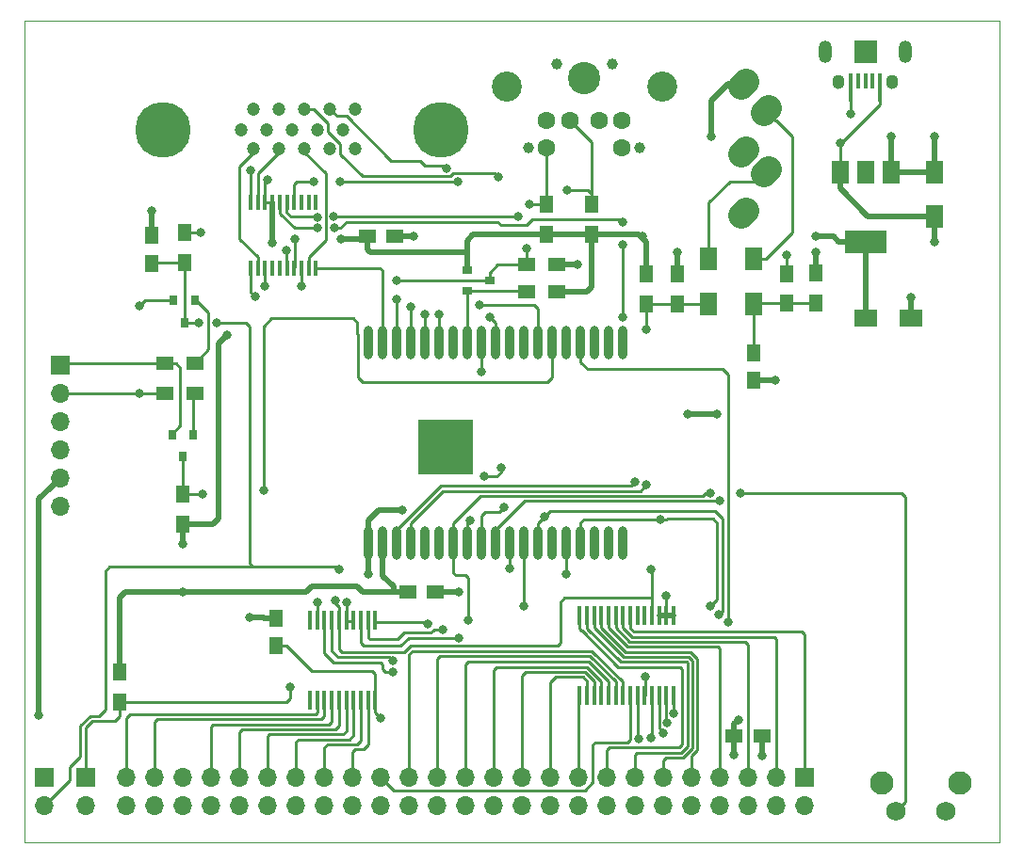
<source format=gbr>
G04 #@! TF.GenerationSoftware,KiCad,Pcbnew,(5.1.5)-3*
G04 #@! TF.CreationDate,2020-08-30T17:46:18+12:00*
G04 #@! TF.ProjectId,PocketTRS,506f636b-6574-4545-9253-2e6b69636164,rev?*
G04 #@! TF.SameCoordinates,Original*
G04 #@! TF.FileFunction,Copper,L1,Top*
G04 #@! TF.FilePolarity,Positive*
%FSLAX46Y46*%
G04 Gerber Fmt 4.6, Leading zero omitted, Abs format (unit mm)*
G04 Created by KiCad (PCBNEW (5.1.5)-3) date 2020-08-30 17:46:18*
%MOMM*%
%LPD*%
G04 APERTURE LIST*
%ADD10C,0.050000*%
%ADD11C,1.198880*%
%ADD12C,5.001260*%
%ADD13O,1.100000X1.300000*%
%ADD14R,0.400000X2.500000*%
%ADD15R,0.400000X1.350000*%
%ADD16O,1.200000X2.000000*%
%ADD17R,2.000000X2.000000*%
%ADD18C,0.800000*%
%ADD19O,0.900000X3.000000*%
%ADD20R,5.000000X5.000000*%
%ADD21O,1.700000X1.700000*%
%ADD22R,1.700000X1.700000*%
%ADD23R,1.500000X2.000000*%
%ADD24R,3.800000X2.000000*%
%ADD25C,2.100000*%
%ADD26C,1.750000*%
%ADD27C,2.400000*%
%ADD28C,1.000000*%
%ADD29C,2.900000*%
%ADD30C,2.700000*%
%ADD31C,1.600000*%
%ADD32R,1.600000X2.000000*%
%ADD33R,1.250000X1.500000*%
%ADD34R,2.000000X1.600000*%
%ADD35R,1.500000X1.250000*%
%ADD36R,1.300000X1.500000*%
%ADD37R,1.500000X1.300000*%
%ADD38R,0.450000X1.750000*%
%ADD39R,0.450000X1.450000*%
%ADD40R,0.900000X0.800000*%
%ADD41R,0.800000X0.900000*%
%ADD42C,0.250000*%
%ADD43C,0.500000*%
G04 APERTURE END LIST*
D10*
X252730000Y-64770000D02*
X252730000Y-61976000D01*
X165100000Y-61976000D02*
X165100000Y-64770000D01*
X252730000Y-135890000D02*
X165100000Y-135890000D01*
X252730000Y-64770000D02*
X252730000Y-135890000D01*
X165100000Y-135890000D02*
X165100000Y-64770000D01*
X165100000Y-61976000D02*
X252730000Y-61976000D01*
D11*
X194843400Y-69976400D03*
X192552320Y-69976400D03*
X190261240Y-69976400D03*
X187972700Y-69976400D03*
X185681620Y-69976400D03*
X193700400Y-71767700D03*
D12*
X202486260Y-71813420D03*
D11*
X184536080Y-71767700D03*
X186829700Y-71767700D03*
X189128400Y-71767700D03*
X191427100Y-71767700D03*
X194840860Y-73532400D03*
X192552320Y-73532400D03*
X185681620Y-73532400D03*
X187972700Y-73532400D03*
X190258700Y-73532400D03*
D12*
X177497740Y-71813420D03*
D13*
X238240000Y-67520000D03*
X243090000Y-67520000D03*
D14*
X239365000Y-68021200D03*
D15*
X240015000Y-67445000D03*
X240665000Y-67445000D03*
X241315000Y-67445000D03*
D14*
X241965000Y-68021200D03*
D16*
X237090000Y-64770000D03*
D17*
X240665000Y-64770000D03*
D16*
X244240000Y-64770000D03*
D18*
X200892000Y-98349000D03*
X201892000Y-98349000D03*
X202892000Y-98349000D03*
X203892000Y-98349000D03*
X204892000Y-98349000D03*
X200892000Y-100349000D03*
X201892000Y-100349000D03*
X202892000Y-100349000D03*
X203892000Y-100349000D03*
X204892000Y-100349000D03*
X204892000Y-99349000D03*
X203892000Y-99349000D03*
X202892000Y-99349000D03*
X201892000Y-99349000D03*
X200892000Y-99349000D03*
X200892000Y-101349000D03*
X201892000Y-101349000D03*
X202892000Y-101349000D03*
X203892000Y-101349000D03*
X204892000Y-101349000D03*
X204892000Y-102349000D03*
X203892000Y-102349000D03*
X202892000Y-102349000D03*
X201892000Y-102349000D03*
D19*
X195982000Y-90919000D03*
X197252000Y-90919000D03*
X198522000Y-90919000D03*
X199792000Y-90919000D03*
X201062000Y-90919000D03*
X202332000Y-90919000D03*
X203602000Y-90919000D03*
X204872000Y-90919000D03*
X206142000Y-90919000D03*
X207412000Y-90919000D03*
X208682000Y-90919000D03*
X209952000Y-90919000D03*
X211222000Y-90919000D03*
X212492000Y-90919000D03*
X213792000Y-90949000D03*
X215062000Y-90949000D03*
X216332000Y-90949000D03*
X217602000Y-90949000D03*
X218872000Y-90949000D03*
X218872000Y-108949000D03*
X217602000Y-108949000D03*
X216332000Y-108949000D03*
X215062000Y-108949000D03*
X213792000Y-108949000D03*
X212492000Y-108949000D03*
X211222000Y-108949000D03*
X209952000Y-108949000D03*
X208682000Y-108949000D03*
X207412000Y-108949000D03*
X206142000Y-108949000D03*
X204872000Y-108949000D03*
X203602000Y-108949000D03*
X202332000Y-108949000D03*
X201062000Y-108949000D03*
X199792000Y-108949000D03*
X198522000Y-108949000D03*
X197252000Y-108949000D03*
X195982000Y-108949000D03*
D20*
X202902000Y-100349000D03*
D18*
X200892000Y-102349000D03*
D21*
X174244000Y-132588000D03*
X174244000Y-130048000D03*
X176784000Y-132588000D03*
X176784000Y-130048000D03*
X179324000Y-132588000D03*
X179324000Y-130048000D03*
X181864000Y-132588000D03*
X181864000Y-130048000D03*
X184404000Y-132588000D03*
X184404000Y-130048000D03*
X186944000Y-132588000D03*
X186944000Y-130048000D03*
X189484000Y-132588000D03*
X189484000Y-130048000D03*
X192024000Y-132588000D03*
X192024000Y-130048000D03*
X194564000Y-132588000D03*
X194564000Y-130048000D03*
X197104000Y-132588000D03*
X197104000Y-130048000D03*
X199644000Y-132588000D03*
X199644000Y-130048000D03*
X202184000Y-132588000D03*
X202184000Y-130048000D03*
X204724000Y-132588000D03*
X204724000Y-130048000D03*
X207264000Y-132588000D03*
X207264000Y-130048000D03*
X209804000Y-132588000D03*
X209804000Y-130048000D03*
X212344000Y-132588000D03*
X212344000Y-130048000D03*
X214884000Y-132588000D03*
X214884000Y-130048000D03*
X217424000Y-132588000D03*
X217424000Y-130048000D03*
X219964000Y-132588000D03*
X219964000Y-130048000D03*
X222504000Y-132588000D03*
X222504000Y-130048000D03*
X225044000Y-132588000D03*
X225044000Y-130048000D03*
X227584000Y-132588000D03*
X227584000Y-130048000D03*
X230124000Y-132588000D03*
X230124000Y-130048000D03*
X232664000Y-132588000D03*
X232664000Y-130048000D03*
X235204000Y-132588000D03*
D22*
X235204000Y-130048000D03*
D21*
X168275000Y-105664000D03*
X168275000Y-103124000D03*
X168275000Y-100584000D03*
X168275000Y-98044000D03*
X168275000Y-95504000D03*
D22*
X168275000Y-92964000D03*
D21*
X170561000Y-132588000D03*
D22*
X170561000Y-130048000D03*
X166878000Y-130048000D03*
D21*
X166878000Y-132588000D03*
D23*
X242965000Y-75590000D03*
X238365000Y-75590000D03*
X240665000Y-75590000D03*
D24*
X240665000Y-81890000D03*
D25*
X249154000Y-130606000D03*
D26*
X247904000Y-133096000D03*
X243404000Y-133096000D03*
D25*
X242144000Y-130606000D03*
D27*
X229530868Y-67903132D02*
X229955132Y-67478868D01*
X231530868Y-70303132D02*
X231955132Y-69878868D01*
X231530868Y-75803132D02*
X231955132Y-75378868D01*
X229530868Y-79503132D02*
X229955132Y-79078868D01*
X229530868Y-74003132D02*
X229955132Y-73578868D01*
D28*
X212892000Y-65857000D03*
X217892000Y-65857000D03*
D29*
X215392000Y-67157000D03*
D30*
X208392000Y-67957000D03*
X222392000Y-67957000D03*
D28*
X210392000Y-73457000D03*
X220392000Y-73457000D03*
D31*
X214092000Y-70957000D03*
X216692000Y-70957000D03*
X211992000Y-70957000D03*
X218792000Y-70957000D03*
X211992000Y-73457000D03*
X218792000Y-73457000D03*
D32*
X226568000Y-87439000D03*
X226568000Y-83439000D03*
X230632000Y-87439000D03*
X230632000Y-83439000D03*
D33*
X230632000Y-91841000D03*
X230632000Y-94341000D03*
D32*
X246888000Y-79597000D03*
X246888000Y-75597000D03*
D34*
X244729000Y-88773000D03*
X240729000Y-88773000D03*
D33*
X187706000Y-118217000D03*
X187706000Y-115717000D03*
D35*
X231374000Y-126365000D03*
X228874000Y-126365000D03*
X195874000Y-81407000D03*
X198374000Y-81407000D03*
X202037000Y-113411000D03*
X199537000Y-113411000D03*
D33*
X176530000Y-81300000D03*
X176530000Y-83800000D03*
D36*
X211963000Y-78533000D03*
X211963000Y-81233000D03*
X216027000Y-81233000D03*
X216027000Y-78533000D03*
X220980000Y-87456000D03*
X220980000Y-84756000D03*
X223774000Y-87456000D03*
X223774000Y-84756000D03*
X233553000Y-87409000D03*
X233553000Y-84756000D03*
X236220000Y-84709000D03*
X236220000Y-87409000D03*
D37*
X210232000Y-86360000D03*
X212932000Y-86360000D03*
X212932000Y-83947000D03*
X210232000Y-83947000D03*
D36*
X179324000Y-104568000D03*
X179324000Y-107268000D03*
X179451000Y-83773000D03*
X179451000Y-81073000D03*
D37*
X180373000Y-95504000D03*
X177673000Y-95504000D03*
X180373000Y-92837000D03*
X177673000Y-92837000D03*
D36*
X173609000Y-123270000D03*
X173609000Y-120570000D03*
D38*
X214977000Y-115526000D03*
X215627000Y-115526000D03*
X216277000Y-115526000D03*
X216927000Y-115526000D03*
X217577000Y-115526000D03*
X218227000Y-115526000D03*
X218877000Y-115526000D03*
X219527000Y-115526000D03*
X220177000Y-115526000D03*
X220827000Y-115526000D03*
X221477000Y-115526000D03*
X222127000Y-115526000D03*
X222777000Y-115526000D03*
X223427000Y-115526000D03*
X223427000Y-122726000D03*
X222777000Y-122726000D03*
X222127000Y-122726000D03*
X221477000Y-122726000D03*
X220827000Y-122726000D03*
X220177000Y-122726000D03*
X219527000Y-122726000D03*
X218877000Y-122726000D03*
X218227000Y-122726000D03*
X217577000Y-122726000D03*
X216927000Y-122726000D03*
X216277000Y-122726000D03*
X215627000Y-122726000D03*
X214977000Y-122726000D03*
D39*
X191266000Y-84230000D03*
X190616000Y-84230000D03*
X189966000Y-84230000D03*
X189316000Y-84230000D03*
X188666000Y-84230000D03*
X188016000Y-84230000D03*
X187366000Y-84230000D03*
X186716000Y-84230000D03*
X186066000Y-84230000D03*
X185416000Y-84230000D03*
X185416000Y-78330000D03*
X186066000Y-78330000D03*
X186716000Y-78330000D03*
X187366000Y-78330000D03*
X188016000Y-78330000D03*
X188666000Y-78330000D03*
X189316000Y-78330000D03*
X189966000Y-78330000D03*
X190616000Y-78330000D03*
X191266000Y-78330000D03*
D40*
X206867000Y-85344000D03*
X204867000Y-86294000D03*
X204867000Y-84394000D03*
D41*
X180274000Y-99203000D03*
X178374000Y-99203000D03*
X179324000Y-101203000D03*
X179451000Y-89138000D03*
X178501000Y-87138000D03*
X180401000Y-87138000D03*
D38*
X196600000Y-123107000D03*
X195950000Y-123107000D03*
X195300000Y-123107000D03*
X194650000Y-123107000D03*
X194000000Y-123107000D03*
X193350000Y-123107000D03*
X192700000Y-123107000D03*
X192050000Y-123107000D03*
X191400000Y-123107000D03*
X190750000Y-123107000D03*
X190750000Y-115907000D03*
X191400000Y-115907000D03*
X192050000Y-115907000D03*
X192700000Y-115907000D03*
X193350000Y-115907000D03*
X194000000Y-115907000D03*
X194650000Y-115907000D03*
X195300000Y-115907000D03*
X195950000Y-115907000D03*
X196600000Y-115907000D03*
D18*
X220980000Y-89789000D03*
X220980000Y-103759000D03*
X244729000Y-86868000D03*
X246888000Y-72390000D03*
X242965000Y-72404000D03*
X236220000Y-82804000D03*
X223774000Y-82804000D03*
X232537000Y-94361000D03*
X176530000Y-79121000D03*
X222777000Y-113696700D03*
X194000000Y-114330600D03*
X191401700Y-114338100D03*
X231394000Y-128143000D03*
X213779100Y-111785400D03*
X186715400Y-85902800D03*
X189966000Y-85902200D03*
X186944000Y-76327000D03*
X195982000Y-111739000D03*
X220853000Y-121031000D03*
X239369600Y-70383400D03*
X204089000Y-113411000D03*
X226822000Y-72390000D03*
X200088500Y-81407000D03*
X199009000Y-106045000D03*
X187325000Y-81978500D03*
X185293000Y-115697000D03*
X224663000Y-97409000D03*
X224663000Y-97409000D03*
X227330000Y-97409000D03*
X238379000Y-73025000D03*
X214757000Y-83947000D03*
X228854000Y-128016000D03*
X220252000Y-126588074D03*
X229235000Y-124879000D03*
X246888000Y-81915000D03*
X166370000Y-124460000D03*
X197104000Y-124736000D03*
X236220000Y-81407000D03*
X220599000Y-81407000D03*
X180895000Y-81073000D03*
X179324000Y-109093000D03*
X179324000Y-113411000D03*
X183261000Y-90297000D03*
X189357000Y-81661000D03*
X193548000Y-81661000D03*
X213868000Y-77216000D03*
X205105000Y-106934000D03*
X206375000Y-102997000D03*
X207899000Y-102235000D03*
X210439000Y-78486000D03*
X208153000Y-105791000D03*
X208661000Y-111252000D03*
X207645000Y-76009500D03*
X206889000Y-88646000D03*
X203009500Y-75247500D03*
X201041000Y-88392000D03*
X199809100Y-87744300D03*
X219964000Y-103505000D03*
X221361000Y-111379000D03*
X180705000Y-89138000D03*
X182335000Y-89154000D03*
X193357500Y-111379000D03*
X193019116Y-114136000D03*
X181085500Y-104568000D03*
X186563000Y-104203500D03*
X226721500Y-104477971D03*
X229445971Y-104477971D03*
X188976000Y-121920000D03*
X204978000Y-115951000D03*
X223427000Y-124299000D03*
X210232000Y-82439500D03*
X204089000Y-117500980D03*
X198501000Y-85344000D03*
X188595000Y-82677000D03*
X185801000Y-86804500D03*
X198501000Y-87058500D03*
X185378931Y-75487667D03*
X202311000Y-88392000D03*
X227537029Y-105202971D03*
X233553000Y-83058000D03*
X198183500Y-119570500D03*
X206121000Y-93535500D03*
X228346000Y-116078000D03*
X221364840Y-126526260D03*
X222864178Y-125125580D03*
X226752990Y-114623010D03*
X202692000Y-116750000D03*
X191389000Y-80655005D03*
X192902995Y-80655005D03*
X218821000Y-80137000D03*
X218821000Y-82169000D03*
X218821000Y-88646000D03*
X222250000Y-106827991D03*
X222477272Y-126047701D03*
X227477990Y-115443000D03*
X201361368Y-116265033D03*
X211788500Y-106632500D03*
X191389000Y-79655002D03*
X192876000Y-79629000D03*
X209423000Y-79629000D03*
X198183500Y-120586500D03*
X209931000Y-114681000D03*
X175387000Y-87630000D03*
X175387000Y-95504000D03*
X205994000Y-87566500D03*
X193421000Y-76454000D03*
X191071500Y-76454000D03*
X204025500Y-76454000D03*
D42*
X228473000Y-76454000D02*
X226568000Y-78359000D01*
X226568000Y-78359000D02*
X226568000Y-83439000D01*
X231743000Y-75591000D02*
X231743000Y-75597000D01*
X230886000Y-76454000D02*
X228473000Y-76454000D01*
X231743000Y-75597000D02*
X230886000Y-76454000D01*
X220980000Y-87456000D02*
X223774000Y-87456000D01*
X226551000Y-87456000D02*
X226568000Y-87439000D01*
X223774000Y-87456000D02*
X226551000Y-87456000D01*
X220980000Y-89789000D02*
X220980000Y-87456000D01*
X202688049Y-104302951D02*
X220436049Y-104302951D01*
X220436049Y-104302951D02*
X220980000Y-103759000D01*
X199792000Y-108949000D02*
X199792000Y-107199000D01*
X202688049Y-104302951D02*
X199792000Y-107199000D01*
X232591528Y-70939528D02*
X232610528Y-70939528D01*
X231743000Y-70091000D02*
X232591528Y-70939528D01*
X232610528Y-70939528D02*
X234061000Y-72390000D01*
X231682000Y-83439000D02*
X230632000Y-83439000D01*
X234061000Y-81060000D02*
X231682000Y-83439000D01*
X234061000Y-72390000D02*
X234061000Y-81060000D01*
X235320000Y-87409000D02*
X233553000Y-87409000D01*
X236220000Y-87409000D02*
X235320000Y-87409000D01*
X230662000Y-87409000D02*
X230632000Y-87439000D01*
X233553000Y-87409000D02*
X230662000Y-87409000D01*
X230632000Y-88689000D02*
X230632000Y-91841000D01*
X230632000Y-87439000D02*
X230632000Y-88689000D01*
D43*
X246881000Y-75590000D02*
X246888000Y-75597000D01*
X242965000Y-75590000D02*
X246881000Y-75590000D01*
X246888000Y-75597000D02*
X246888000Y-74097000D01*
X246888000Y-74097000D02*
X246888000Y-73406000D01*
X244729000Y-88773000D02*
X244729000Y-87473000D01*
X244729000Y-87473000D02*
X244729000Y-86868000D01*
X242965000Y-74090000D02*
X242951000Y-74076000D01*
X242965000Y-75590000D02*
X242965000Y-74090000D01*
X246888000Y-73406000D02*
X246888000Y-72390000D01*
X242965000Y-74090000D02*
X242965000Y-72404000D01*
X236220000Y-84709000D02*
X236220000Y-82804000D01*
X223774000Y-84756000D02*
X223774000Y-83506000D01*
X223774000Y-83506000D02*
X223774000Y-82804000D01*
X231757000Y-94341000D02*
X231777000Y-94361000D01*
X230632000Y-94341000D02*
X231757000Y-94341000D01*
X231777000Y-94361000D02*
X232537000Y-94361000D01*
X176530000Y-81300000D02*
X176530000Y-79121000D01*
X223427000Y-115526000D02*
X222777000Y-115526000D01*
X222777000Y-115526000D02*
X222152001Y-115526000D01*
D42*
X222777000Y-115526000D02*
X222777000Y-113696700D01*
X194000000Y-116034000D02*
X194650000Y-116034000D01*
X194000000Y-116034000D02*
X194000000Y-114330600D01*
X213792000Y-110699000D02*
X213779100Y-110711900D01*
X213792000Y-108949000D02*
X213792000Y-110699000D01*
X213779100Y-110711900D02*
X213779100Y-111785400D01*
X186716000Y-85205000D02*
X186715400Y-85205600D01*
X186716000Y-84230000D02*
X186716000Y-85205000D01*
X186715400Y-85205600D02*
X186715400Y-85902800D01*
X189966000Y-84230000D02*
X189966000Y-85902200D01*
X186716000Y-78330000D02*
X187366000Y-78330000D01*
X186716000Y-77355000D02*
X186715400Y-77354400D01*
X186716000Y-78330000D02*
X186716000Y-77355000D01*
X186715400Y-77354400D02*
X186715400Y-76669900D01*
X186715400Y-76669900D02*
X186715400Y-76555600D01*
X186715400Y-76555600D02*
X186944000Y-76327000D01*
D43*
X231394000Y-126385000D02*
X231374000Y-126365000D01*
X231394000Y-128143000D02*
X231394000Y-126385000D01*
D42*
X220853000Y-122700000D02*
X220827000Y-122726000D01*
X220853000Y-121031000D02*
X220853000Y-122700000D01*
X239365000Y-69521200D02*
X239369600Y-69525800D01*
X239365000Y-68021200D02*
X239365000Y-69521200D01*
X239369600Y-69525800D02*
X239369600Y-70383400D01*
D43*
X202037000Y-113411000D02*
X204089000Y-113411000D01*
X228354398Y-67691000D02*
X226822000Y-69223398D01*
X229743000Y-67691000D02*
X228354398Y-67691000D01*
X226822000Y-69223398D02*
X226822000Y-72390000D01*
X198374000Y-81407000D02*
X200088500Y-81407000D01*
X195982000Y-106949000D02*
X196886000Y-106045000D01*
X195982000Y-108949000D02*
X195982000Y-106949000D01*
X196886000Y-106045000D02*
X199009000Y-106045000D01*
X195982000Y-111739000D02*
X195982000Y-108949000D01*
X187340999Y-81428814D02*
X187340999Y-78330000D01*
X187340999Y-81428814D02*
X187340999Y-81962501D01*
X187340999Y-81962501D02*
X187325000Y-81978500D01*
D42*
X191400000Y-114339800D02*
X191401700Y-114338100D01*
X191400000Y-115907000D02*
X191400000Y-114339800D01*
D43*
X186581000Y-115717000D02*
X186561000Y-115697000D01*
X187706000Y-115717000D02*
X186581000Y-115717000D01*
X186561000Y-115697000D02*
X185293000Y-115697000D01*
X224663000Y-97409000D02*
X225228685Y-97409000D01*
X225228685Y-97409000D02*
X227330000Y-97409000D01*
X238365000Y-77090000D02*
X238365000Y-75590000D01*
X240872000Y-79597000D02*
X238365000Y-77090000D01*
X246888000Y-79597000D02*
X240872000Y-79597000D01*
D42*
X238379000Y-75576000D02*
X238365000Y-75590000D01*
X238379000Y-73025000D02*
X238379000Y-75576000D01*
D43*
X212932000Y-83947000D02*
X214757000Y-83947000D01*
X228854000Y-126385000D02*
X228874000Y-126365000D01*
X228854000Y-128016000D02*
X228854000Y-126385000D01*
D42*
X220177000Y-126596500D02*
X220185426Y-126588074D01*
X220177000Y-122726000D02*
X220177000Y-126596500D01*
X220185426Y-126588074D02*
X220252000Y-126588074D01*
X241965000Y-69521200D02*
X238461200Y-73025000D01*
X238461200Y-73025000D02*
X238379000Y-73025000D01*
X241965000Y-68021200D02*
X241965000Y-69521200D01*
D43*
X228874000Y-125240000D02*
X229235000Y-124879000D01*
X228874000Y-126365000D02*
X228874000Y-125240000D01*
X246888000Y-81915000D02*
X246888000Y-79597000D01*
X166370000Y-124460000D02*
X166370000Y-123894315D01*
X168275000Y-103124000D02*
X167425001Y-103973999D01*
X166370000Y-123894315D02*
X166370000Y-105029000D01*
X167425001Y-103973999D02*
X166370000Y-105029000D01*
D42*
X188581000Y-118217000D02*
X190887000Y-120523000D01*
X187706000Y-118217000D02*
X188581000Y-118217000D01*
X190887000Y-120523000D02*
X196342000Y-120523000D01*
X196600000Y-120781000D02*
X196600000Y-123107000D01*
X196342000Y-120523000D02*
X196600000Y-120781000D01*
X196600000Y-124232000D02*
X197104000Y-124736000D01*
X196600000Y-123107000D02*
X196600000Y-124232000D01*
D43*
X211963000Y-81233000D02*
X216027000Y-81233000D01*
X240729000Y-81954000D02*
X240665000Y-81890000D01*
X240729000Y-88773000D02*
X240729000Y-81954000D01*
X216027000Y-81233000D02*
X220298000Y-81233000D01*
X220980000Y-81915000D02*
X220980000Y-84756000D01*
X220298000Y-81233000D02*
X220980000Y-81915000D01*
X238265000Y-81890000D02*
X237782000Y-81407000D01*
X240665000Y-81890000D02*
X238265000Y-81890000D01*
X237782000Y-81407000D02*
X236220000Y-81407000D01*
X216027000Y-81233000D02*
X216027000Y-85979000D01*
X215646000Y-86360000D02*
X212932000Y-86360000D01*
X216027000Y-85979000D02*
X215646000Y-86360000D01*
D42*
X189293500Y-84207500D02*
X189316000Y-84230000D01*
X179451000Y-81073000D02*
X180895000Y-81073000D01*
D43*
X211963000Y-81233000D02*
X205406000Y-81233000D01*
D42*
X198537000Y-113411000D02*
X199537000Y-113411000D01*
D43*
X179324000Y-107268000D02*
X179324000Y-109093000D01*
X179324000Y-113411000D02*
X190373000Y-113411000D01*
X190373000Y-113411000D02*
X190881000Y-112903000D01*
X190881000Y-112903000D02*
X194945000Y-112903000D01*
X194945000Y-112903000D02*
X195453000Y-113411000D01*
X196146000Y-82804000D02*
X204851000Y-82804000D01*
X195874000Y-81407000D02*
X195874000Y-82532000D01*
X195874000Y-82532000D02*
X196146000Y-82804000D01*
X204867000Y-82820000D02*
X204851000Y-82804000D01*
X204867000Y-84394000D02*
X204867000Y-82820000D01*
X204867000Y-81772000D02*
X205406000Y-81233000D01*
X204867000Y-82820000D02*
X204867000Y-81772000D01*
X179324000Y-107268000D02*
X182038000Y-107268000D01*
X182038000Y-107268000D02*
X182499000Y-106807000D01*
X182499000Y-106807000D02*
X182499000Y-91059000D01*
X182499000Y-91059000D02*
X183261000Y-90297000D01*
X195620000Y-81661000D02*
X195874000Y-81407000D01*
X193548000Y-81661000D02*
X195620000Y-81661000D01*
D42*
X189357000Y-84189000D02*
X189316000Y-84230000D01*
X189357000Y-81661000D02*
X189357000Y-84189000D01*
D43*
X198247000Y-113411000D02*
X198247000Y-112903000D01*
X198247000Y-113411000D02*
X199537000Y-113411000D01*
X195453000Y-113411000D02*
X198247000Y-113411000D01*
X197252000Y-111908000D02*
X197252000Y-108949000D01*
X198247000Y-112903000D02*
X197252000Y-111908000D01*
X173609000Y-120570000D02*
X173609000Y-113919000D01*
X179324000Y-113411000D02*
X174117000Y-113411000D01*
X173609000Y-113919000D02*
X174117000Y-113411000D01*
D42*
X191241010Y-124390990D02*
X191400000Y-124232000D01*
X174567010Y-124390990D02*
X191241010Y-124390990D01*
X191400000Y-124232000D02*
X191400000Y-123107000D01*
X174244000Y-124714000D02*
X174567010Y-124390990D01*
X174244000Y-130048000D02*
X174244000Y-124714000D01*
X192050000Y-124561000D02*
X192050000Y-123107000D01*
X177038000Y-124841000D02*
X191770000Y-124841000D01*
X191770000Y-124841000D02*
X192050000Y-124561000D01*
X176784000Y-130048000D02*
X176784000Y-125095000D01*
X176784000Y-125095000D02*
X177038000Y-124841000D01*
X192462990Y-125291010D02*
X192700000Y-125054000D01*
X182048990Y-125291010D02*
X192462990Y-125291010D01*
X192700000Y-125054000D02*
X192700000Y-123107000D01*
X181864000Y-130048000D02*
X181864000Y-125476000D01*
X181864000Y-125476000D02*
X182048990Y-125291010D01*
X183922000Y-129566000D02*
X184404000Y-130048000D01*
X184646980Y-125741020D02*
X193028980Y-125741020D01*
X193028980Y-125741020D02*
X193350000Y-125420000D01*
X184404000Y-130048000D02*
X184404000Y-125984000D01*
X193350000Y-125420000D02*
X193350000Y-123107000D01*
X184404000Y-125984000D02*
X184646980Y-125741020D01*
X187117970Y-126191030D02*
X193721970Y-126191030D01*
X193721970Y-126191030D02*
X194000000Y-125913000D01*
X186944000Y-130048000D02*
X186944000Y-126365000D01*
X194000000Y-125913000D02*
X194000000Y-123107000D01*
X186944000Y-126365000D02*
X187117970Y-126191030D01*
X194287960Y-126641040D02*
X194650000Y-126279000D01*
X189715960Y-126641040D02*
X194287960Y-126641040D01*
X189484000Y-130048000D02*
X189484000Y-126873000D01*
X194650000Y-126279000D02*
X194650000Y-123107000D01*
X189484000Y-126873000D02*
X189715960Y-126641040D01*
X192313950Y-127091050D02*
X194980950Y-127091050D01*
X192024000Y-130048000D02*
X192024000Y-127381000D01*
X195300000Y-126772000D02*
X195300000Y-123107000D01*
X194980950Y-127091050D02*
X195300000Y-126772000D01*
X192024000Y-127381000D02*
X192313950Y-127091050D01*
X194650000Y-129962000D02*
X194564000Y-130048000D01*
X195950000Y-127138000D02*
X195950000Y-123107000D01*
X194784940Y-127541060D02*
X195546940Y-127541060D01*
X194564000Y-130048000D02*
X194564000Y-127762000D01*
X195546940Y-127541060D02*
X195950000Y-127138000D01*
X194564000Y-127762000D02*
X194784940Y-127541060D01*
X215448001Y-131223001D02*
X198279001Y-131223001D01*
X219527000Y-126675000D02*
X219271010Y-126930990D01*
X219527000Y-122726000D02*
X219527000Y-126675000D01*
X216154000Y-130517002D02*
X215448001Y-131223001D01*
X219271010Y-126930990D02*
X216350010Y-126930990D01*
X216154000Y-127127000D02*
X216154000Y-130517002D01*
X198279001Y-131223001D02*
X197104000Y-130048000D01*
X216350010Y-126930990D02*
X216154000Y-127127000D01*
X218877000Y-122726000D02*
X218877000Y-121460950D01*
X216092040Y-118675990D02*
X199967010Y-118675990D01*
X218877000Y-121460950D02*
X216092040Y-118675990D01*
X199967010Y-118675990D02*
X199644000Y-118999000D01*
X199644000Y-118999000D02*
X199644000Y-125857000D01*
X199644000Y-125857000D02*
X199644000Y-130048000D01*
X218227000Y-121447360D02*
X215905640Y-119126000D01*
X218227000Y-122726000D02*
X218227000Y-121447360D01*
X215905640Y-119126000D02*
X202438000Y-119126000D01*
X202184000Y-119380000D02*
X202184000Y-130048000D01*
X202438000Y-119126000D02*
X202184000Y-119380000D01*
X217577000Y-121433770D02*
X215777230Y-119634000D01*
X217577000Y-122726000D02*
X217577000Y-121433770D01*
X215777230Y-119634000D02*
X204978000Y-119634000D01*
X204724000Y-119888000D02*
X204724000Y-130048000D01*
X204978000Y-119634000D02*
X204724000Y-119888000D01*
X215637800Y-120130980D02*
X208545020Y-120130980D01*
X216927000Y-122726000D02*
X216927000Y-121420180D01*
X216927000Y-121420180D02*
X215637800Y-120130980D01*
X208545020Y-120130980D02*
X208534000Y-120142000D01*
X208534000Y-120142000D02*
X207518000Y-120142000D01*
X207264000Y-120396000D02*
X207264000Y-130048000D01*
X207518000Y-120142000D02*
X207264000Y-120396000D01*
X216277000Y-121406590D02*
X216277000Y-122726000D01*
X215451400Y-120580990D02*
X216277000Y-121406590D01*
X210127010Y-120580990D02*
X215451400Y-120580990D01*
X209804000Y-130048000D02*
X209804000Y-120904000D01*
X209804000Y-120904000D02*
X210127010Y-120580990D01*
X212344000Y-130048000D02*
X212344000Y-121539000D01*
X212344000Y-121539000D02*
X212852000Y-121031000D01*
X212852000Y-121031000D02*
X215265000Y-121031000D01*
X215627000Y-121393000D02*
X215627000Y-122726000D01*
X215265000Y-121031000D02*
X215627000Y-121393000D01*
X214884000Y-122819000D02*
X214977000Y-122726000D01*
X214884000Y-130048000D02*
X214884000Y-122819000D01*
X214977000Y-116651000D02*
X214977000Y-115526000D01*
X215163401Y-116837401D02*
X214977000Y-116651000D01*
X215176991Y-116837401D02*
X215163401Y-116837401D01*
X224003070Y-120117070D02*
X218456659Y-120117069D01*
X218456659Y-120117069D02*
X215176991Y-116837401D01*
X224212990Y-120326990D02*
X224003070Y-120117070D01*
X217424000Y-127635000D02*
X217678000Y-127381000D01*
X217424000Y-130048000D02*
X217424000Y-127635000D01*
X223901000Y-127381000D02*
X224212990Y-127069010D01*
X217678000Y-127381000D02*
X223901000Y-127381000D01*
X224212990Y-127069010D02*
X224212990Y-120326990D01*
X219964000Y-128016000D02*
X219964000Y-130048000D01*
X224087400Y-127831010D02*
X220148990Y-127831010D01*
X220148990Y-127831010D02*
X219964000Y-128016000D01*
X224569060Y-119667060D02*
X224663000Y-119761000D01*
X215627000Y-116651000D02*
X218643060Y-119667060D01*
X215627000Y-115526000D02*
X215627000Y-116651000D01*
X218643060Y-119667060D02*
X224569060Y-119667060D01*
X224662999Y-127255411D02*
X224087400Y-127831010D01*
X224663000Y-119761000D02*
X224662999Y-127255411D01*
X216277000Y-115526000D02*
X216277000Y-116583050D01*
X216277000Y-116583050D02*
X218911000Y-119217050D01*
X224755461Y-119217051D02*
X224536000Y-119217051D01*
X225113009Y-119574599D02*
X224755461Y-119217051D01*
X222504000Y-130048000D02*
X222504000Y-128524000D01*
X222504000Y-128524000D02*
X222746980Y-128281020D01*
X225113008Y-127441810D02*
X225113009Y-119574599D01*
X222746980Y-128281020D02*
X224273801Y-128281019D01*
X224273801Y-128281019D02*
X225113008Y-127441810D01*
X218911000Y-119217050D02*
X224536000Y-119217050D01*
X216927000Y-116596640D02*
X216927000Y-115526000D01*
X219097402Y-118767042D02*
X216927000Y-116596640D01*
X225044000Y-130048000D02*
X225044000Y-128147227D01*
X225563018Y-127628209D02*
X225563018Y-119388200D01*
X225044000Y-128147227D02*
X225563018Y-127628209D01*
X225563018Y-119388200D02*
X224941862Y-118767042D01*
X224941862Y-118767042D02*
X219097402Y-118767042D01*
X227584000Y-118491000D02*
X227584000Y-130048000D01*
X227410030Y-118317030D02*
X227584000Y-118491000D01*
X219283800Y-118317030D02*
X227410030Y-118317030D01*
X217577000Y-115526000D02*
X217577000Y-116610230D01*
X217577000Y-116610230D02*
X219283800Y-118317030D01*
X230124000Y-118110000D02*
X230124000Y-130048000D01*
X229881020Y-117867020D02*
X230124000Y-118110000D01*
X219470200Y-117867020D02*
X229881020Y-117867020D01*
X218227000Y-115526000D02*
X218227000Y-116623820D01*
X218227000Y-116623820D02*
X219470200Y-117867020D01*
X218877000Y-116637410D02*
X219656600Y-117417010D01*
X218877000Y-115526000D02*
X218877000Y-116637410D01*
X219656600Y-117417010D02*
X232479010Y-117417010D01*
X232664000Y-117602000D02*
X232664000Y-130048000D01*
X232479010Y-117417010D02*
X232664000Y-117602000D01*
X219527000Y-116651000D02*
X219843000Y-116967000D01*
X219527000Y-115526000D02*
X219527000Y-116651000D01*
X219843000Y-116967000D02*
X234950000Y-116967000D01*
X234950000Y-116967000D02*
X235204000Y-117221000D01*
X235204000Y-117221000D02*
X235204000Y-130048000D01*
X216027000Y-72892000D02*
X214092000Y-70957000D01*
X216027000Y-78533000D02*
X216027000Y-72892000D01*
X216027000Y-77533000D02*
X215710000Y-77216000D01*
X216027000Y-78533000D02*
X216027000Y-77533000D01*
X215710000Y-77216000D02*
X213868000Y-77216000D01*
X204872000Y-108949000D02*
X204872000Y-107199000D01*
X204872000Y-107199000D02*
X204872000Y-107167000D01*
X204872000Y-107167000D02*
X205105000Y-106934000D01*
X207899000Y-102235000D02*
X207899000Y-102616000D01*
X207518000Y-102997000D02*
X206375000Y-102997000D01*
X207899000Y-102616000D02*
X207518000Y-102997000D01*
X211963000Y-73486000D02*
X211992000Y-73457000D01*
X211963000Y-78533000D02*
X211963000Y-73486000D01*
X211063000Y-78533000D02*
X211016000Y-78486000D01*
X211963000Y-78533000D02*
X211063000Y-78533000D01*
X211016000Y-78486000D02*
X210439000Y-78486000D01*
X206142000Y-108949000D02*
X206142000Y-106532000D01*
X206142000Y-106532000D02*
X206502000Y-106172000D01*
X206502000Y-106172000D02*
X207772000Y-106172000D01*
X207772000Y-106172000D02*
X208153000Y-105791000D01*
X208682000Y-110699000D02*
X208661000Y-110720000D01*
X208682000Y-108949000D02*
X208682000Y-110699000D01*
X208661000Y-110720000D02*
X208661000Y-111252000D01*
X192351541Y-71218965D02*
X191108976Y-69976400D01*
X192351541Y-71963447D02*
X192351541Y-71218965D01*
X193476761Y-73088667D02*
X192351541Y-71963447D01*
X193476761Y-73976133D02*
X193476761Y-73088667D01*
X195473129Y-75972501D02*
X193476761Y-73976133D01*
X203363999Y-75972501D02*
X195473129Y-75972501D01*
X203607501Y-75728999D02*
X203363999Y-75972501D01*
X205649999Y-75728999D02*
X203607501Y-75728999D01*
X191108976Y-69976400D02*
X190261240Y-69976400D01*
X205649999Y-75728999D02*
X207364499Y-75728999D01*
X207364499Y-75728999D02*
X207645000Y-76009500D01*
X207412000Y-89169000D02*
X206889000Y-88646000D01*
X207412000Y-90919000D02*
X207412000Y-89169000D01*
X193151759Y-70575839D02*
X194019839Y-70575839D01*
X192552320Y-69976400D02*
X193151759Y-70575839D01*
X198050990Y-74606990D02*
X200654490Y-74606990D01*
X202755500Y-74993500D02*
X203009500Y-75247500D01*
X201041000Y-74993500D02*
X202755500Y-74993500D01*
X194019839Y-70575839D02*
X198050990Y-74606990D01*
X200654490Y-74606990D02*
X201041000Y-74993500D01*
X201041000Y-90898000D02*
X201062000Y-90919000D01*
X201041000Y-88392000D02*
X201041000Y-90898000D01*
X199792000Y-89169000D02*
X199809100Y-89151900D01*
X199792000Y-90919000D02*
X199792000Y-89169000D01*
X199809100Y-89151900D02*
X199809100Y-87744300D01*
X179451000Y-83773000D02*
X179451000Y-89138000D01*
X176557000Y-83773000D02*
X176530000Y-83800000D01*
X179451000Y-83773000D02*
X176557000Y-83773000D01*
X198522000Y-107832590D02*
X202501649Y-103852941D01*
X198522000Y-108949000D02*
X198522000Y-107832590D01*
X202501649Y-103852941D02*
X213360000Y-103852941D01*
X213360000Y-103852941D02*
X219616059Y-103852941D01*
X219616059Y-103852941D02*
X219964000Y-103505000D01*
X221477000Y-114401000D02*
X221488000Y-114390000D01*
X221477000Y-115526000D02*
X221477000Y-114401000D01*
X221488000Y-111506000D02*
X221361000Y-111379000D01*
X221488000Y-113919000D02*
X221488000Y-111506000D01*
X221488000Y-114390000D02*
X221488000Y-113919000D01*
X193350000Y-117159000D02*
X193350000Y-116034000D01*
X193350000Y-118547000D02*
X193350000Y-117159000D01*
X199193991Y-118812599D02*
X193615599Y-118812599D01*
X193615599Y-118812599D02*
X193350000Y-118547000D01*
X199780609Y-118225981D02*
X199193991Y-118812599D01*
X213614000Y-113919000D02*
X213233000Y-114300000D01*
X221488000Y-113919000D02*
X213614000Y-113919000D01*
X213233000Y-114300000D02*
X213233000Y-117983000D01*
X212990020Y-118225980D02*
X199780609Y-118225981D01*
X213233000Y-117983000D02*
X212990020Y-118225980D01*
X179451000Y-89138000D02*
X180705000Y-89138000D01*
X182335000Y-89154000D02*
X184975500Y-89154000D01*
X184975500Y-89154000D02*
X185356500Y-89535000D01*
X185356500Y-89535000D02*
X185356500Y-105791000D01*
X185356500Y-105791000D02*
X185356500Y-110871000D01*
X185356500Y-110871000D02*
X185610500Y-111125000D01*
X185610500Y-111125000D02*
X193103500Y-111125000D01*
X193103500Y-111125000D02*
X193357500Y-111379000D01*
X172339000Y-111506000D02*
X172720000Y-111125000D01*
X171773010Y-124517990D02*
X172339000Y-123952000D01*
X172339000Y-123952000D02*
X172339000Y-111506000D01*
X171009600Y-124517990D02*
X171773010Y-124517990D01*
X170110991Y-125416599D02*
X171009600Y-124517990D01*
X170110990Y-128212010D02*
X170110991Y-125416599D01*
X185610500Y-111125000D02*
X172720000Y-111125000D01*
X169164000Y-130302000D02*
X169164000Y-129159000D01*
X169164000Y-129159000D02*
X170110990Y-128212010D01*
X166878000Y-132588000D02*
X169164000Y-130302000D01*
X193019116Y-114422718D02*
X193019116Y-114136000D01*
X193350000Y-114753602D02*
X193019116Y-114422718D01*
X193350000Y-115907000D02*
X193350000Y-114753602D01*
X179324000Y-101203000D02*
X179324000Y-104568000D01*
X179324000Y-104568000D02*
X181085500Y-104568000D01*
X186563000Y-104203500D02*
X186563000Y-103637815D01*
X186563000Y-103637815D02*
X186563000Y-89471500D01*
X186563000Y-89471500D02*
X187261500Y-88773000D01*
X212492000Y-92669000D02*
X212471000Y-92690000D01*
X212492000Y-90919000D02*
X212492000Y-92669000D01*
X212471000Y-92690000D02*
X212471000Y-94107000D01*
X212471000Y-94107000D02*
X212090000Y-94488000D01*
X212090000Y-94488000D02*
X195453000Y-94488000D01*
X195453000Y-94488000D02*
X195016010Y-94051010D01*
X195016010Y-90162374D02*
X195008500Y-90154864D01*
X195016010Y-94051010D02*
X195016010Y-90162374D01*
X195008500Y-89154000D02*
X194627500Y-88773000D01*
X195008500Y-90154864D02*
X195008500Y-89154000D01*
X187261500Y-88773000D02*
X194627500Y-88773000D01*
X203602000Y-107199000D02*
X206048039Y-104752961D01*
X203602000Y-108949000D02*
X203602000Y-107199000D01*
X206048039Y-104752961D02*
X211758809Y-104752961D01*
X211758809Y-104752961D02*
X217932000Y-104752961D01*
X217932000Y-104752961D02*
X226082039Y-104752961D01*
X226082039Y-104752961D02*
X226314000Y-104521000D01*
X226314000Y-104521000D02*
X226678471Y-104521000D01*
X226678471Y-104521000D02*
X226721500Y-104477971D01*
X244278999Y-132221001D02*
X243404000Y-133096000D01*
X244278999Y-104832999D02*
X244278999Y-132221001D01*
X229445971Y-104477971D02*
X243923971Y-104477971D01*
X243923971Y-104477971D02*
X244278999Y-104832999D01*
X188642000Y-123270000D02*
X188976000Y-122936000D01*
X188976000Y-122936000D02*
X188976000Y-121920000D01*
X203835000Y-111887000D02*
X203602000Y-111654000D01*
X204724000Y-111887000D02*
X203835000Y-111887000D01*
X204978000Y-115951000D02*
X204978000Y-112141000D01*
X203602000Y-111654000D02*
X203602000Y-108949000D01*
X204978000Y-112141000D02*
X204724000Y-111887000D01*
X173228000Y-124968000D02*
X173609000Y-124587000D01*
X171196000Y-124968000D02*
X173228000Y-124968000D01*
X170561000Y-130048000D02*
X170561000Y-125603000D01*
X173609000Y-124587000D02*
X173609000Y-123270000D01*
X170561000Y-125603000D02*
X171196000Y-124968000D01*
X188642000Y-123270000D02*
X173609000Y-123270000D01*
X210166000Y-86294000D02*
X210232000Y-86360000D01*
X204867000Y-86294000D02*
X210166000Y-86294000D01*
X204867000Y-90914000D02*
X204872000Y-90919000D01*
X204867000Y-86294000D02*
X204867000Y-90914000D01*
X206867000Y-84694000D02*
X206867000Y-85344000D01*
X207614000Y-83947000D02*
X206867000Y-84694000D01*
X210232000Y-83947000D02*
X207614000Y-83947000D01*
X223427000Y-122726000D02*
X223427000Y-124299000D01*
X210232000Y-83947000D02*
X210232000Y-82439500D01*
X195300000Y-117159000D02*
X195300000Y-116034000D01*
X204089000Y-117500980D02*
X199618020Y-117500980D01*
X199618020Y-117500980D02*
X198882000Y-118237000D01*
X198882000Y-118237000D02*
X195580000Y-118237000D01*
X195300000Y-117957000D02*
X195300000Y-117159000D01*
X195580000Y-118237000D02*
X195300000Y-117957000D01*
X206867000Y-85344000D02*
X206167000Y-85344000D01*
X206167000Y-85344000D02*
X198501000Y-85344000D01*
X188595000Y-84159000D02*
X188666000Y-84230000D01*
X188595000Y-82677000D02*
X188595000Y-84159000D01*
X198522000Y-89169000D02*
X198501000Y-89148000D01*
X198522000Y-90919000D02*
X198522000Y-89169000D01*
X185416000Y-84230000D02*
X185416000Y-86419500D01*
X185416000Y-86419500D02*
X185801000Y-86804500D01*
X198501000Y-89148000D02*
X198501000Y-87058500D01*
X185416000Y-77355000D02*
X185420000Y-77351000D01*
X185416000Y-78330000D02*
X185416000Y-77355000D01*
X185420000Y-77351000D02*
X185420000Y-75528736D01*
X185420000Y-75528736D02*
X185378931Y-75487667D01*
X202311000Y-90898000D02*
X202332000Y-90919000D01*
X202311000Y-88392000D02*
X202311000Y-90898000D01*
X197252000Y-89169000D02*
X197231000Y-89148000D01*
X197252000Y-90919000D02*
X197252000Y-89169000D01*
X197231000Y-89148000D02*
X197231000Y-84455000D01*
X197006000Y-84230000D02*
X191266000Y-84230000D01*
X197231000Y-84455000D02*
X197006000Y-84230000D01*
X210041619Y-105202971D02*
X211945209Y-105202971D01*
X207412000Y-108949000D02*
X207412000Y-107832590D01*
X207412000Y-107832590D02*
X210041619Y-105202971D01*
X211945209Y-105202971D02*
X221107000Y-105202971D01*
X221107000Y-105202971D02*
X227537029Y-105202971D01*
X233553000Y-83058000D02*
X233553000Y-84756000D01*
X193429199Y-119262609D02*
X196469000Y-119262609D01*
X192700000Y-116034000D02*
X192700000Y-118722500D01*
X193240109Y-119262609D02*
X193429199Y-119262609D01*
X192700000Y-118722500D02*
X193240109Y-119262609D01*
X196469000Y-119262609D02*
X197875609Y-119262609D01*
X197875609Y-119262609D02*
X198183500Y-119570500D01*
X206121000Y-90940000D02*
X206142000Y-90919000D01*
X206121000Y-93535500D02*
X206121000Y-90940000D01*
X215062000Y-92699000D02*
X215708000Y-93345000D01*
X215062000Y-90949000D02*
X215062000Y-92699000D01*
X215708000Y-93345000D02*
X227838000Y-93345000D01*
X227838000Y-93345000D02*
X228346000Y-93853000D01*
X228346000Y-93853000D02*
X228346000Y-116078000D01*
X221477000Y-122726000D02*
X221477000Y-126249000D01*
X221477000Y-126249000D02*
X221477000Y-126414100D01*
X221477000Y-126414100D02*
X221364840Y-126526260D01*
X222701999Y-123119001D02*
X222701999Y-124911999D01*
X222777000Y-122726000D02*
X222777000Y-123044000D01*
X222777000Y-123044000D02*
X222701999Y-123119001D01*
X222701999Y-124911999D02*
X222864178Y-125074178D01*
X222864178Y-125074178D02*
X222864178Y-125125580D01*
X226752990Y-114623010D02*
X227330000Y-114046000D01*
X195950000Y-117159000D02*
X195950000Y-116034000D01*
X196088000Y-117602000D02*
X195950000Y-117464000D01*
X199179030Y-117050970D02*
X198628000Y-117602000D01*
X201950002Y-116750000D02*
X201860002Y-116840000D01*
X201803000Y-116840000D02*
X201592030Y-117050970D01*
X198628000Y-117602000D02*
X196088000Y-117602000D01*
X202692000Y-116750000D02*
X201950002Y-116750000D01*
X195950000Y-117464000D02*
X195950000Y-117159000D01*
X201860002Y-116840000D02*
X201803000Y-116840000D01*
X201592030Y-117050970D02*
X199179030Y-117050970D01*
X188016000Y-79305000D02*
X189356000Y-80645000D01*
X188016000Y-78330000D02*
X188016000Y-79305000D01*
X189356000Y-80645000D02*
X191378995Y-80645000D01*
X191378995Y-80645000D02*
X191389000Y-80655005D01*
X193468680Y-80655005D02*
X194044675Y-80079010D01*
X192902995Y-80655005D02*
X193468680Y-80655005D01*
X194044675Y-80079010D02*
X204851000Y-80079010D01*
X204851000Y-80079010D02*
X207587010Y-80079010D01*
X207587010Y-80079010D02*
X207899000Y-80391000D01*
X207899000Y-80391000D02*
X210185000Y-80391000D01*
X210185000Y-80391000D02*
X210693000Y-79883000D01*
X210693000Y-79883000D02*
X213487000Y-79883000D01*
X213487000Y-79883000D02*
X218567000Y-79883000D01*
X218567000Y-79883000D02*
X218821000Y-80137000D01*
X218821000Y-82169000D02*
X218821000Y-88519000D01*
X218821000Y-88519000D02*
X218821000Y-88646000D01*
X215371009Y-106827991D02*
X222250000Y-106827991D01*
X215062000Y-108949000D02*
X215062000Y-107137000D01*
X215062000Y-107137000D02*
X215371009Y-106827991D01*
X222815685Y-106827991D02*
X222836676Y-106807000D01*
X222250000Y-106827991D02*
X222815685Y-106827991D01*
X226949000Y-106807000D02*
X227330000Y-107188000D01*
X222836676Y-106807000D02*
X226949000Y-106807000D01*
X227330000Y-114046000D02*
X227330000Y-107188000D01*
X222127000Y-122726000D02*
X222127000Y-125607000D01*
X222127000Y-125607000D02*
X222477272Y-125957272D01*
X222477272Y-125957272D02*
X222477272Y-126047701D01*
X212318009Y-106102991D02*
X227135401Y-106102991D01*
X211222000Y-108949000D02*
X211222000Y-107199000D01*
X227135401Y-106102991D02*
X227780010Y-106747600D01*
X211222000Y-107199000D02*
X211788500Y-106632500D01*
X227780010Y-106747600D02*
X227780010Y-113792000D01*
X227780010Y-113792000D02*
X227780010Y-115119990D01*
X227780010Y-115119990D02*
X227477990Y-115422010D01*
X227477990Y-115422010D02*
X227477990Y-115443000D01*
X196644000Y-116078000D02*
X196600000Y-116034000D01*
X201549000Y-116078000D02*
X196644000Y-116078000D01*
X211788500Y-106632500D02*
X212318009Y-106102991D01*
X188666000Y-78684000D02*
X188658500Y-78691500D01*
X188666000Y-78330000D02*
X188666000Y-78684000D01*
X188658500Y-78691500D02*
X188658500Y-79248000D01*
X188658500Y-79248000D02*
X189039500Y-79629000D01*
X189039500Y-79629000D02*
X191362998Y-79629000D01*
X191362998Y-79629000D02*
X191389000Y-79655002D01*
X192876000Y-79629000D02*
X208915000Y-79629000D01*
X208915000Y-79629000D02*
X209423000Y-79629000D01*
X197294500Y-120332500D02*
X197548500Y-120586500D01*
X192050000Y-118899410D02*
X192863209Y-119712619D01*
X197548500Y-120586500D02*
X198183500Y-120586500D01*
X197294500Y-119888000D02*
X197294500Y-120332500D01*
X192050000Y-116034000D02*
X192050000Y-118899410D01*
X192863209Y-119712619D02*
X197119119Y-119712619D01*
X197119119Y-119712619D02*
X197294500Y-119888000D01*
X209952000Y-109825029D02*
X209952000Y-108949000D01*
X209931000Y-114681000D02*
X209931000Y-109846029D01*
X209931000Y-109846029D02*
X209952000Y-109825029D01*
X190616000Y-83255000D02*
X192151000Y-81720000D01*
X190616000Y-84230000D02*
X190616000Y-83255000D01*
X192151000Y-75704700D02*
X190258700Y-73812400D01*
X192151000Y-81720000D02*
X192151000Y-75704700D01*
X186066000Y-75719100D02*
X187972700Y-73812400D01*
X186066000Y-78330000D02*
X186066000Y-75719100D01*
X186066000Y-83255000D02*
X184404000Y-81593000D01*
X186066000Y-84230000D02*
X186066000Y-83255000D01*
X184404000Y-75090020D02*
X185681620Y-73812400D01*
X184404000Y-81593000D02*
X184404000Y-75090020D01*
X177673000Y-95504000D02*
X168275000Y-95504000D01*
X178501000Y-87138000D02*
X175879000Y-87138000D01*
X175879000Y-87138000D02*
X175387000Y-87630000D01*
X168402000Y-92837000D02*
X168275000Y-92964000D01*
X177673000Y-92837000D02*
X168402000Y-92837000D01*
X178673000Y-92837000D02*
X179070000Y-93234000D01*
X177673000Y-92837000D02*
X178673000Y-92837000D01*
X179070000Y-93234000D02*
X179070000Y-98425000D01*
X178374000Y-99203000D02*
X178374000Y-99121000D01*
X178374000Y-99121000D02*
X179070000Y-98425000D01*
X211222000Y-89169000D02*
X211201000Y-89148000D01*
X211222000Y-90919000D02*
X211222000Y-89169000D01*
X211201000Y-89148000D02*
X211201000Y-87884000D01*
X211201000Y-87884000D02*
X210883500Y-87566500D01*
X210883500Y-87566500D02*
X205994000Y-87566500D01*
X203263500Y-76454000D02*
X194437000Y-76454000D01*
X194437000Y-76454000D02*
X193421000Y-76454000D01*
X189316000Y-76685500D02*
X189316000Y-78330000D01*
X191071500Y-76454000D02*
X189547500Y-76454000D01*
X189547500Y-76454000D02*
X189316000Y-76685500D01*
X203263500Y-76454000D02*
X203644500Y-76454000D01*
X203644500Y-76454000D02*
X204025500Y-76454000D01*
X180274000Y-95603000D02*
X180373000Y-95504000D01*
X180274000Y-99203000D02*
X180274000Y-95603000D01*
X180373000Y-92837000D02*
X180373000Y-92804000D01*
X180373000Y-92804000D02*
X181610000Y-91567000D01*
X180401000Y-87138000D02*
X180483000Y-87138000D01*
X180483000Y-87138000D02*
X181610000Y-88265000D01*
X181610000Y-91567000D02*
X181610000Y-88265000D01*
M02*

</source>
